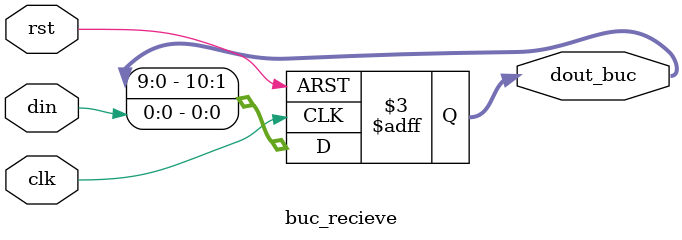
<source format=v>
module buc_recieve(clk,rst,din,dout_buc);
   input clk,rst;
   input din;
   output[10:0] dout_buc;
   reg [10:0] dout_buc;
   always@(posedge clk or negedge rst)
      if(!rst)
        begin
          dout_buc<=11'b0;
        end
      else
        begin
          dout_buc<={dout_buc[9:0],din};
        end
endmodule
</source>
